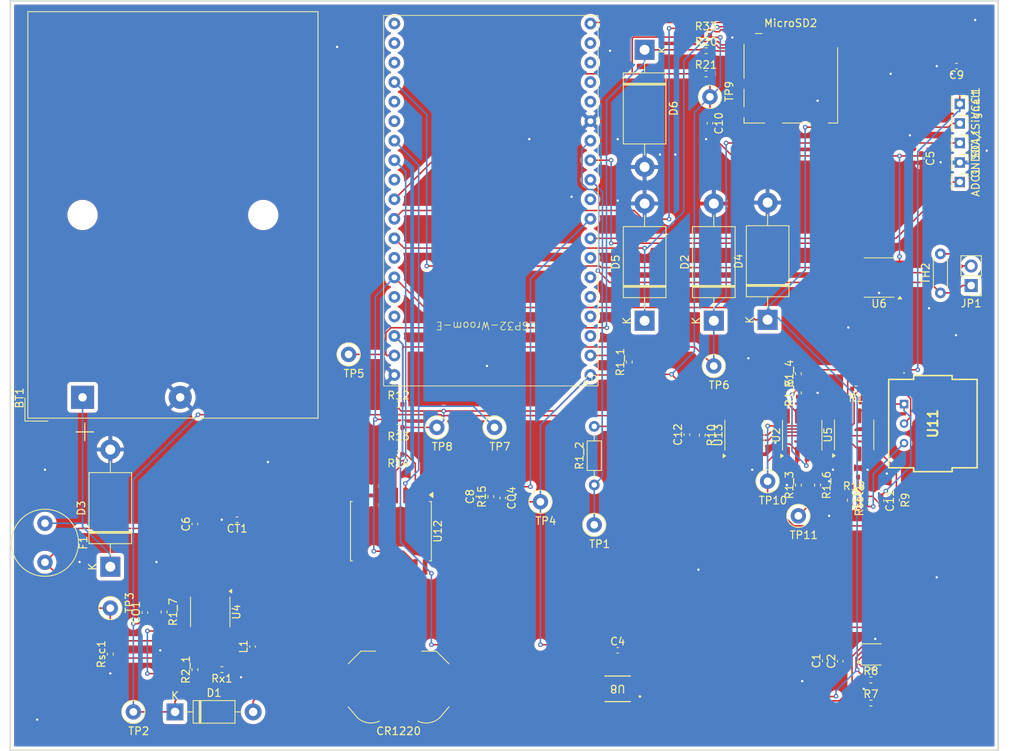
<source format=kicad_pcb>
(kicad_pcb (version 20240108) (generator "pcbnew") (generator_version "8.0")
  (layers (0 "F.Cu" signal) (31 "B.Cu" signal) (34 "B.Paste" user) (35 "F.Paste" user) (36 "B.SilkS" user "B.Silkscreen") (37 "F.SilkS" user "F.Silkscreen") (38 "B.Mask" user) (39 "F.Mask" user) (44 "Edge.Cuts" user))
  (net 0 "")
  (net 1 "extern_Sensor_Gpio_33")
  (net 2 "Net-(D3-A1)")
  (net 3 "GND1")
  (net 4 "VDD_3V3")
  (net 5 "VCC_Bat")
  (net 6 "VDD_5V")
  (net 7 "Net-(C11-Pad1)")
  (net 8 "Net-(C11-Pad2)")
  (net 9 "Net-(U13--)")
  (net 10 "Net-(C12-Pad2)")
  (net 11 "Net-(CR1220-+)")
  (net 12 "Net-(U4-TC)")
  (net 13 "Net-(D1-A)")
  (net 14 "SCL_GPIO22")
  (net 15 "SDA_GPIO21")
  (net 16 "Miso_GPIO19")
  (net 17 "Mosi_GPIO23")
  (net 18 "Net-(JP1-A)")
  (net 19 "Net-(JP1-B)")
  (net 20 "Net-(U4-Ipk)")
  (net 22 "SCK_GPIO18")
  (net 24 "CS_GPIO5")
  (net 26 "Net-(R1-Pad2)")
  (net 27 "Net-(U7-EN)")
  (net 28 "Ozon_out_ADC_GPIO27")
  (net 29 "VDD_2.5V")
  (net 30 "Net-(R1_3-Pad1)")
  (net 31 "Net-(U2-+)")
  (net 32 "Net-(U4-Vfb)")
  (net 33 "Net-(U13-+)")
  (net 34 "RTC_RST_GPIO16")
  (net 35 "RTC_32Khz_GPIO25")
  (net 36 "Net-(U5--)")
  (net 37 "Net-(R19-Pad1)")
  (net 38 "Net-(U5-+)")
  (net 39 "Net-(U4-DC)")
  (net 40 "RTC_INIT_GPIO4")
  (net 47 "Miso_GPIO12")
  (net 48 "CS_GPIO15")
  (net 49 "SCK_GPIO14")
  (net 55 "RST_GPIO2")
  (footprint "Resistor_SMD:R_0402_1005Metric" (layer "F.Cu") (at 123.93 100.85)
    (property "Reference" "R8")
    (property "Value" "4.7k")
  )
  (footprint "Ozonsensor:PS1O3100" (layer "F.Cu") (at 128.25 64.96 -90)
    (property "Reference" "U11")
    (property "Value" "PS1-O3-100" (hide yes))
  )
  (footprint "Capacitor_SMD:C_0402_1005Metric_Pad0.74x0.62mm_HandSolder" (layer "F.Cu") (at 72.95 76.99 90)
    (property "Reference" "C8")
    (property "Value" "100nF")
  )
  (footprint "TestPoint:TestPoint_Loop_D1.80mm_Drill1.0mm_Beaded" (layer "F.Cu") (at 25 91.5 90)
    (property "Reference" "TP3")
    (property "Value" "TestPoint")
  )
  (footprint "Capacitor_SMD:C_0402_1005Metric_Pad0.74x0.62mm_HandSolder" (layer "F.Cu") (at 100 68.9325 90)
    (property "Reference" "C12")
    (property "Value" "100nF")
  )
  (footprint "Connector_Card:microSD_HC_Molex_104031-0811" (layer "F.Cu") (at 113.5 22.5875)
    (property "Reference" "MicroSD2")
    (property "Value" "~")
  )
  (footprint "Capacitor_SMD:C_0402_1005Metric_Pad0.74x0.62mm_HandSolder" (layer "F.Cu") (at 29.5 92.0675 90)
    (property "Reference" "CO1")
    (property "Value" "45.54µF")
  )
  (footprint "Capacitor_SMD:C_0402_1005Metric_Pad0.74x0.62mm_HandSolder" (layer "F.Cu") (at 36 80.5675 90)
    (property "Reference" "C6")
    (property "Value" "100µF")
  )
  (footprint "Diode_THT:D_DO-201AE_P15.24mm_Horizontal" (layer "F.Cu") (at 103.5 54.12 90)
    (property "Reference" "D2")
    (property "Value" "1.5KExxA")
  )
  (footprint "Resistor_THT:R_Axial_DIN0204_L3.6mm_D1.6mm_P7.62mm_Horizontal" (layer "F.Cu") (at 87.95 75.48 90)
    (property "Reference" "R1_2")
    (property "Value" "0R")
  )
  (footprint "TestPoint:TestPoint_Loop_D1.80mm_Drill1.0mm_Beaded" (layer "F.Cu") (at 56 58.5)
    (property "Reference" "TP5")
    (property "Value" "TestPoint")
  )
  (footprint "Package_SO:SOIC-8_3.9x4.9mm_P1.27mm" (layer "F.Cu") (at 125 48.5 180)
    (property "Reference" "U6")
    (property "Value" "MAX31855EASA")
  )
  (footprint "Battery_Basket:BatteryHolder_Keystone_2479_3xAAA" (layer "F.Cu") (at 21.3925 64.0825 90)
    (property "Reference" "BT1")
    (property "Value" "BC3AAAPC")
  )
  (footprint "Fuse:Fuse_Littelfuse_372_D8.50mm" (layer "F.Cu") (at 16.5 80.46 -90)
    (property "Reference" "F1")
    (property "Value" "Polyfuse_Small")
  )
  (footprint "TestPoint:TestPoint_Loop_D1.80mm_Drill1.0mm_Beaded" (layer "F.Cu") (at 67.48 68)
    (property "Reference" "TP8")
    (property "Value" "TestPoint")
  )
  (footprint "Resistor_SMD:R_0402_1005Metric" (layer "F.Cu") (at 117 75.5 -90)
    (property "Reference" "R1_6")
    (property "Value" "10kR")
  )
  (footprint "Resistor_SMD:R_0402_1005Metric" (layer "F.Cu") (at 114.5 61.01 90)
    (property "Reference" "R1_4")
    (property "Value" "1kR")
  )
  (footprint "Resistor_SMD:R_0402_1005Metric" (layer "F.Cu") (at 36 99.51 90)
    (property "Reference" "R2_1")
    (property "Value" "2k2")
  )
  (footprint "Capacitor_SMD:C_0402_1005Metric_Pad0.74x0.62mm_HandSolder" (layer "F.Cu") (at 118 98.35 90)
    (property "Reference" "C1")
    (property "Value" "0.1uF")
  )
  (footprint "Inductor_SMD:L_0402_1005Metric_Pad0.77x0.64mm_HandSolder" (layer "F.Cu") (at 43.5 96.5 90)
    (property "Reference" "L1")
    (property "Value" "52µH")
  )
  (footprint "TestPoint:TestPoint_Loop_D1.80mm_Drill1.0mm_Beaded" (layer "F.Cu") (at 103 25 90)
    (property "Reference" "TP9")
    (property "Value" "TestPoint")
  )
  (footprint "Capacitor_SMD:C_0402_1005Metric_Pad0.74x0.62mm_HandSolder" (layer "F.Cu") (at 76.05 77.17 -90)
    (property "Reference" "CO4")
    (property "Value" "100nF")
  )
  (footprint "Diode_THT:D_DO-201AE_P15.24mm_Horizontal" (layer "F.Cu") (at 25 86.12 90)
    (property "Reference" "D3")
    (property "Value" "1.5KExxA")
  )
  (footprint "Capacitor_SMD:C_0402_1005Metric_Pad0.74x0.62mm_HandSolder" (layer "F.Cu") (at 130.5 33 -90)
    (property "Reference" "C5")
    (property "Value" "0.1µF")
  )
  (footprint "Diode_THT:D_DO-201AE_P15.24mm_Horizontal" (layer "F.Cu") (at 110.5 54 90)
    (property "Reference" "D4")
    (property "Value" "1.5KExxA")
  )
  (footprint "Resistor_SMD:R_0402_1005Metric" (layer "F.Cu") (at 102.49 22)
    (property "Reference" "R21")
    (property "Value" "3k")
  )
  (footprint "Package_SO:SOIC-8_3.9x4.9mm_P1.27mm" (layer "F.Cu") (at 38 92 -90)
    (property "Reference" "U4")
    (property "Value" "MC33063AD")
  )
  (footprint "Resistor_SMD:R_0402_1005Metric" (layer "F.Cu") (at 122.01 63 180)
    (property "Reference" "R1")
    (property "Value" "10R")
  )
  (footprint "Package_SO:SOIC-16W_7.5x10.3mm_P1.27mm" (layer "F.Cu") (at 61.5 81.5 -90)
    (property "Reference" "U12")
    (property "Value" "DS3231M")
  )
  (footprint "Resistor_SMD:R_0402_1005Metric" (layer "F.Cu") (at 114.5 63.5 90)
    (property "Reference" "R1_5")
    (property "Value" "1kR")
  )
  (footprint "Resistor_SMD:R_0402_1005Metric" (layer "F.Cu") (at 92.5 59.5 90)
    (property "Reference" "R1_1")
    (property "Value" "10k")
  )
  (footprint "Resistor_SMD:R_0402_1005Metric" (layer "F.Cu") (at 114.5 75.5 90)
    (property "Reference" "R1_3")
    (property "Value" "1.3 kR")
  )
  (footprint "TestPoint:TestPoint_Loop_D1.80mm_Drill1.0mm_Beaded" (layer "F.Cu") (at 74.98 68)
    (property "Reference" "TP7")
    (property "Value" "TestPoint")
  )
  (footprint "Capacitor_SMD:C_0402_1005Metric_Pad0.74x0.62mm_HandSolder" (layer "F.Cu") (at 125.25 77.5275 -90)
    (property "Reference" "C11")
    (property "Value" "100nF")
  )
  (footprint "Resistor_SMD:R_0402_1005Metric" (layer "F.Cu") (at 102 69 -90)
    (property "Reference" "R10")
    (property "Value" "10kR")
  )
  (footprint "TestPoint:TestPoint_Loop_D1.80mm_Drill1.0mm_Beaded" (layer "F.Cu") (at 114.5 79.5)
    (property "Reference" "TP11")
    (property "Value" "TestPoint")
  )
  (footprint "Capacitor_SMD:C_0402_1005Metric_Pad0.74x0.62mm_HandSolder" (layer "F.Cu") (at 119.94 98.4175 90)
    (property "Reference" "C2")
    (property "Value" "0.1uF")
  )
  (footprint "Resistor_SMD:R_0402_1005Metric" (layer "F.Cu") (at 102.49 17)
    (property "Reference" "R33")
    (property "Value" "3k")
  )
  (footprint "Capacitor_SMD:C_0402_1005Metric_Pad0.74x0.62mm_HandSolder" (layer "F.Cu") (at 103 28.4325 -90)
    (property "Reference" "C10")
    (property "Value" "100nF")
  )
  (footprint "TestPoint:TestPoint_Loop_D1.80mm_Drill1.0mm_Beaded" (layer "F.Cu") (at 110.5 75)
    (property "Reference" "TP10")
    (property "Value" "TestPoint")
  )
  (footprint "Diode_THT:D_DO-201AE_P15.24mm_Horizontal" (layer "F.Cu") (at 94.5 54.12 90)
    (property "Reference" "D5")
    (property "Value" "1.5KExxA")
  )
  (footprint "Capacitor_SMD:C_0402_1005Metric_Pad0.74x0.62mm_HandSolder" (layer "F.Cu") (at 135.0675 21 180)
    (property "Reference" "C9")
    (property "Value" "100nF")
  )
  (footprint "Resistor_SMD:R_0402_1005Metric" (layer "F.Cu") (at 74.5 77 90)
    (property "Reference" "R15")
    (property "Value" "4.7k")
  )
  (footprint "Connector_PinHeader_2.00mm:PinHeader_1x01_P2.00mm_Vertical" (layer "F.Cu") (at 135.5 25.92 -90)
    (property "Reference" "VCC1")
    (property "Value" "Conn_01x01_Socket")
  )
  (footprint "Resistor_SMD:R_0402_1005Metric" (layer "F.Cu") (at 25 97.49 90)
    (property "Reference" "Rsc1")
    (property "Value" "0R41")
  )
  (footprint "Connector_PinHeader_2.00mm:PinHeader_1x01_P2.00mm_Vertical" (layer "F.Cu") (at 135.5 31 -90)
    (property "Reference" "SCL1")
    (property "Value" "Conn_01x01_Socket")
  )
  (footprint "HPP_footprints:SON6_HPP845E131R5_TEC" (layer "F.Cu") (at 91 102 180)
    (property "Reference" "U8")
    (property "Value" "HPP845E131R5")
  )
  (footprint "Capacitor_SMD:C_0402_1005Metric_Pad0.74x0.62mm_HandSolder" (layer "F.Cu") (at 91 97)
    (property "Reference" "C4")
    (property "Value" "100nF")
  )
  (footprint "TestPoint:TestPoint_Loop_D1.80mm_Drill1.0mm_Beaded" (layer "F.Cu") (at 28 105)
    (property "Reference" "TP2")
    (property "Value" "TestPoint")
  )
  (footprint "Resistor_SMD:R_0402_1005Metric" (layer "F.Cu") (at 39.51 99.5 180)
    (property "Reference" "Rx1")
    (property "Value" "180R")
  )
  (footprint "TestPoint:TestPoint_Loop_D1.80mm_Drill1.0mm_Beaded" (layer "F.Cu") (at 87.95 80.67)
    (property "Reference" "TP1")
    (property "Value" "TestPoint")
  )
  (footprint "Resistor_SMD:R_0402_1005Metric" (layer "F.Cu") (at 32 92 -90)
    (property "Reference" "R1_7")
    (property "Value" "6k8")
  )
  (footprint "Resistor_SMD:R_0402_1005Metric" (layer "F.Cu") (at 123.94 103.85)
    (property "Reference" "R7")
    (property "Value" "4.7k")
  )
  (footprint "Connector_PinHeader_2.00mm:PinHeader_1x01_P2.00mm_Vertical" (layer "F.Cu") (at 135.5 36.08 -90)
    (property "Reference" "ADC1")
    (property "Value" "Conn_01x01_Socket")
  )
  (footprint "Resistor_SMD:R_0402_1005Metric" (layer "F.Cu") (at 121.25 77.47 -90)
    (property "Reference" "Rset1")
    (property "Value" "10k")
  )
  (footprint "Resistor_SMD:R_0402_1005Metric" (layer "F.Cu") (at 127.25 77.46 -90)
    (property "Reference" "R9")
    (property "Value" "10kR")
  )
  (footprint "Package_SO:SOIC-8_3.9x4.9mm_P1.27mm" (layer "F.Cu") (at 115 69 90)
    (property "Reference" "U2")
    (property "Value" "OPA197xD")
  )
  (footprint "Resistor_SMD:R_0402_1005Metric" (layer "F.Cu") (at 62.49 65)
    (property "Reference" "R12")
    (property "Value" "4.7k")
  )
  (footprint "TestPoint:TestPoint_Loop_D1.80mm_Drill1.0mm_Beaded" (layer "F.Cu") (at 103.5 60)
    (property "Reference" "TP6")
    (property "Value" "TestPoint")
  )
  (footprint "Resistor_SMD:R_0402_1005Metric" (layer "F.Cu") (at 123.25 77.47 90)
    (property "Reference" "R19")
    (property "Value" "10kR")
  )
  (footprint "Battery:BatteryHolder_LINX_BAT-HLD-012-SMT" (layer "F.Cu") (at 62.5 101.5)
    (property "Reference" "CR1220")
    (property "Value" "Battery")
  )
  (footprint "Diode_THT:D_DO-41_SOD81_P10.16mm_Horizontal" (layer "F.Cu") (at 33.42 105)
    (property "Reference" "D1")
    (property "Value" "1N5819")
  )
  (footprint "Connector_PinHeader_2.00mm:PinHeader_1x01_P2.00mm_Vertical" (layer "F.Cu") (at 135.5 28.46 -90)
    (property "Reference" "SDA/Signal1")
    (property "Value" "Conn_01x01_Socket")
  )
  (footprint "Resistor_SMD:R_0402_1005Metric" (layer "F.Cu") (at 62.49 68 180)
    (property "Reference" "R13")
    (property "Value" "4.7k")
  )
  (footprint "Package_SO:SOIC-8_3.9x4.9mm_P1.27mm" (layer "F.Cu") (at 107.5 69 90)
    (property "Reference" "U13")
    (property "Value" "OPA197xD")
  )
  (footprint "Connector_PinHeader_2.00mm:PinHeader_1x01_P2.00mm_Vertical" (layer "F.Cu") (at 135.5 33.54 -90)
    (property "Reference" "GND1")
    (property "Value" "Conn_01x01_Socket")
  )
  (footprint "Capacitor_SMD:C_0402_1005Metric_Pad0.74x0.62mm_HandSolder" (layer "F.Cu") (at 41.5 80 180)
    (property "Reference" "CT1")
    (property "Value" "1500pF")
  )
  (footprint "Connector_PinHeader_2.54mm:PinHeader_1x02_P2.54mm_Vertical" (layer "F.Cu") (at 136.975 49.54 180)
    (property "Reference" "JP1")
    (property "Value" "Jumper_2_Bridged")
  )
  (footprint "TestPoint:TestPoint_Loop_D1.80mm_Drill1.0mm_Beaded" (layer "F.Cu") (at 80.95 77.67)
    (property "Reference" "TP4")
    (property "Value" "TestPoint")
  )
  (footprint "ESP32_Wroom_e:ESP32_Wroom_E" (layer "F.Cu") (at 87.45 61.18 180)
    (property "Reference" "U7")
    (property "Value" "~")
  )
  (footprint "Resistor_THT:R_Axial_DIN0204_L3.6mm_D1.6mm_P5.08mm_Horizontal" (layer "F.Cu") (at 132.975 50.5 90)
    (property "Reference" "TH2")
    (property "Value" "Type K")
  )
  (footprint "Resistor_SMD:R_0402_1005Metric" (layer "F.Cu") (at 102.51 19)
    (property "Reference" "R20")
    (property "Value" "3k")
  )
  (footprint "Resistor_SMD:R_0402_1005Metric" (layer "F.Cu") (at 62.48 71.5 180)
    (property "Reference" "R14")
    (property "Value" "4.7k")
  )
  (footprint "Resistor_SMD:R_0402_1005Metric" (layer "F.Cu") (at 121.75 74.46 180)
    (property "Reference" "R18")
    (property "Value" "10kR")
  )
  (footprint "Package_SO:SOIC-8_3.9x4.9mm_P1.27mm" (layer "F.Cu") (at 121.75 68.96 90)
    (property "Reference" "U5")
    (property "Value" "OPA197xD")
  )
  (footprint "BME280 (2):BME280" (layer "F.Cu") (at 123.97 97.525 180)
    (property "Reference" "U1")
    (property "Value" "BME280")
  )
  (footprint "Diode_THT:D_DO-201AE_P15.24mm_Horizontal" (layer "F.Cu") (at 94.5 18.88 -90)
    (property "Reference" "D6")
    (property "Value" "1.5KExxA")
  )
  (gr_rect (start 12 12.5) (end 140.5 110) (stroke (width 0.2)) (fill none) (layer "Edge.Cuts"))
  (segment (start 135.5 36.08) (end 134.5233 36.08) (width 0.2) (layer "F.Cu") (net 1))
  (segment (start 127.2033 43.4) (end 87.45 43.4) (width 0.2) (layer "F.Cu") (net 1))
  (segment (start 134.5233 36.08) (end 127.2033 43.4) (width 0.2) (layer "F.Cu") (net 1))
  (segment (start 21.3925 64.9833) (end 21.3925 80.46) (width 0.2) (layer "B.Cu") (net 2))
  (segment (start 25 86.12) (end 25 84.5183) (width 0.2) (layer "B.Cu") (net 2))
  (segment (start 21.3925 80.9108) (end 25 84.5183) (width 0.2) (layer "B.Cu") (net 2))
  (segment (start 21.3925 64.0825) (end 21.3925 64.9833) (width 0.2) (layer "B.Cu") (net 2))
  (segment (start 16.5 80.46) (end 21.3925 80.46) (width 0.2) (layer "B.Cu") (net 2))
  (segment (start 21.3925 80.46) (end 21.3925 80.9108) (width 0.2) (layer "B.Cu") (net 2))
  (segment (start 124.94 95.94) (end 124.94 96.55) (width 0.2) (layer "F.Cu") (net 3))
  (segment (start 124.94 97.85) (end 124.727128 97.85) (width 0.2) (layer "F.Cu") (net 3))
  (segment (start 124.395 97.517872) (end 124.395 95.605) (width 0.2) (layer "F.Cu") (net 3))
  (segment (start 123.412872 98.5) (end 124.395 97.517872) (width 0.2) (layer "F.Cu") (net 3))
  (segment (start 123 98.5) (end 123.412872 98.5) (width 0.2) (layer "F.Cu") (net 3))
  (segment (start 124.5 95.5) (end 124.94 95.94) (width 0.2) (layer "F.Cu") (net 3))
  (segment (start 124.727128 97.85) (end 124.395 97.517872) (width 0.2) (layer "F.Cu") (net 3))
  (segment (start 124.395 95.605) (end 124.5 95.5) (width 0.2) (layer "F.Cu") (net 3))
  (via (at 118.5 75) (size 0.6) (drill 0.3) (layers "F.Cu" "B.Cu") (net 3))
  (via (at 119 73.5) (size 0.6) (drill 0.3) (layers "F.Cu" "B.Cu") (net 3))
  (via (at 113 75.5) (size 0.6) (drill 0.3) (layers "F.Cu" "B.Cu") (net 3))
  (via (at 102.5 30.5) (size 0.6) (drill 0.3) (layers "F.Cu" "B.Cu") (net 3))
  (via (at 15.5 106) (size 0.6) (drill 0.3) (layers "F.Cu" "B.Cu") (net 3))
  (via (at 16.5 73.5) (size 0.6) (drill 0.3) (layers "F.Cu" "B.Cu") (net 3))
  (via (at 111.5 70) (size 0.6) (drill 0.3) (layers "F.Cu" "B.Cu") (net 3))
  (via (at 125 50.5) (size 0.6) (drill 0.3) (layers "F.Cu" "B.Cu") (net 3))
  (via (at 123.5 73.5) (size 0.6) (drill 0.3) (layers "F.Cu" "B.Cu") (net 3))
  (via (at 21 85.5) (size 0.6) (drill 0.3) (layers "F.Cu" "B.Cu") (net 3))
  (via (at 105.918 17.272) (size 0.6) (drill 0.3) (layers "F.Cu" "B.Cu") (net 3))
  (via (at 79.5 30.5) (size 0.6) (drill 0.3) (layers "F.Cu" "B.Cu") (net 3))
  (via (at 132.5 21) (size 0.6) (drill 0.3) (layers "F.Cu" "B.Cu") (net 3))
  (via (at 117 25.5) (size 0.6) (drill 0.3) (layers "F.Cu" "B.Cu") (net 3))
  (via (at 118.5 79.5) (size 0.6) (drill 0.3) (layers "F.Cu" "B.Cu") (net 3))
  (via (at 45.5 72.5) (size 0.6) (drill 0.3) (layers "F.Cu" "B.Cu") (net 3))
  (via (at 126.5 22) (size 0.6) (drill 0.3) (layers "F.Cu" "B.Cu") (net 3))
  (via (at 31.5 97) (size 0.6) (drill 0.3) (layers "F.Cu" "B.Cu") (net 3))
  (via (at 129 30) (size 0.6) (drill 0.3) (layers "F.Cu" "B.Cu") (net 3))
  (via (at 126 74) (size 0.6) (drill 0.3) (layers "F.Cu" "B.Cu") (net 3))
  (via (at 135 56) (size 0.6) (drill 0.3) (layers "F.Cu" "B.Cu") (net 3))
  (via (at 132.5 87.5) (size 0.6) (drill 0.3) (layers "F.Cu" "B.Cu") (net 3))
  (via (at 115 101) (size 0.6) (drill 0.3) (layers "F.Cu" "B.Cu") (net 3))
  (via (at 25 100) (size 0.6) (drill 0.3) (layers "F.Cu" "B.Cu") (net 3))
  (via (at 108.5 73.5) (size 0.6) (drill 0.3) (layers "F.Cu" "B.Cu") (net 3))
  (via (at 31 85.5) (size 0.6) (drill 0.3) (layers "F.Cu" "B.Cu") (net 3))
  (via (at 121 55) (size 0.6) (drill 0.3) (layers "F.Cu" "B.Cu") (net 3))
  (via (at 91 30.5) (size 0.6) (drill 0.3) (layers "F.Cu" "B.Cu") (net 3))
  (via (at 42 100.5) (size 0.6) (drill 0.3) (layers "F.Cu" "B.Cu") (net 3))
  (via (at 98.5 32.5) (size 0.6) (drill 0.3) (layers "F.Cu" "B.Cu") (net 3))
  (via (at 74 60) (size 0.6) (drill 0.3) (layers "F.Cu" "B.Cu") (net 3))
  (via (at 91 38.5) (size 0.6) (drill 0.3) (layers "F.Cu" "B.Cu") (net 3))
  (via (at 96.5 32.5) (size 0.6) (drill 0.3) (layers "F.Cu" "B.Cu") (net 3))
  (via (at 77.724 76.708) (size 0.6) (drill 0.3) (layers "F.Cu" "B.Cu") (net 3))
  (via (at 124.5 95.5) (size 0.6) (drill 0.3) (layers "F.Cu" "B.Cu") (net 3))
  (via (at 39.5 80) (size 0.6) (drill 0.3) (layers "F.Cu" "B.Cu") (net 3))
  (via (at 108 59) (size 0.6) (drill 0.3) (layers "F.Cu" "B.Cu") (net 3))
  (via (at 123 102) (size 0.6) (drill 0.3) (layers "F.Cu" "B.Cu") (net 3))
  (via (at 117 63.5) (size 0.6) (drill 0.3) (layers "F.Cu" "B.Cu") (net 3))
  (via (at 134.5 22) (size 0.6) (drill 0.3) (layers "F.Cu" "B.Cu") (net 3))
  (via (at 85 38) (size 0.6) (drill 0.3) (layers "F.Cu" "B.Cu") (net 3))
  (via (at 90 19) (size 0.6) (drill 0.3) (layers "F.Cu" "B.Cu") (net 3))
  (via (at 131.5 52.5) (size 0.6) (drill 0.3) (layers "F.Cu" "B.Cu") (net 3))
  (via (at 139 32) (size 0.6) (drill 0.3) (layers "F.Cu" "B.Cu") (net 3))
  (via (at 133 33.5) (size 0.6) (drill 0.3) (layers "F.Cu" "B.Cu") (net 3))
  (via (at 101.5 86.5) (size 0.6) (drill 0.3) (layers "F.Cu" "B.Cu") (net 3))
  (via (at 137.5 15) (size 0.6) (drill 0.3) (layers "F.Cu" "B.Cu") (net 3))
  (via (at 54.5 18.5) (size 0.6) (drill 0.3) (layers "F.Cu" "B.Cu") (net 3))
  (segment (start 90.4325 97) (end 91.0758 96.3567) (width 0.2) (layer "F.Cu") (net 4))
  (segment (start 103 23.5) (end 103 22.2786) (width 0.2) (layer "F.Cu") (net 4))
  (segment (start 64.675 72.6952) (end 64.675 76.85) (width 0.2) (layer "F.Cu") (net 4))
  (segment (start 91.33 61.18) (end 92.5 60.01) (width 0.2) (layer "F.Cu") (net 4))
  (segment (start 113.695 17.1375) (end 113.695 17.9892) (width 0.2) (layer "F.Cu") (net 4))
  (segment (start 127.6575 32.6775) (end 105.8913 32.6775) (width 0.2) (layer "F.Cu") (net 4))
  (segment (start 72.95 77.5575) (end 74.4525 77.5575) (width 0.2) (layer "F.Cu") (net 4))
  (segment (start 63.4698 71.49) (end 64.675 72.6952) (width 0.2) (layer "F.Cu") (net 4))
  (segment (start 125.5314 98.1493) (end 125.1807 98.5) (width 0.2) (layer "F.Cu") (net 4))
  (segment (start 102.5522 21.8308) (end 102.5522 21.6339) (width 0.2) (layer "F.Cu") (net 4))
  (segment (start 93.5814 61.0914) (end 92.5 60.01) (width 0.2) (layer "F.Cu") (net 4))
  (segment (start 103 22.2786) (end 102.5522 21.8308) (width 0.2) (layer "F.Cu") (net 4))
  (segment (start 127.475 46.595) (end 127.6575 46.4125) (width 0.2) (layer "F.Cu") (net 4))
  (segment (start 124.44 100.85) (end 124.44 99.1446) (width 0.2) (layer "F.Cu") (net 4))
  (segment (start 103.6123 30.3985) (end 103.6123 28.4773) (width 0.2) (layer "F.Cu") (net 4))
  (segment (start 102.4492 19.5708) (end 103.02 19) (width 0.2) (layer "F.Cu") (net 4))
  (segment (start 87.45 61.18) (end 91.33 61.18) (width 0.2) (layer "F.Cu") (net 4))
  (segment (start 89.5419 102) (end 88.8616 102) (width 0.2) (layer "F.Cu") (net 4))
  (segment (start 124.5 94) (end 125.4924 94.9924) (width 0.2) (layer "F.Cu") (net 4))
  (segment (start 122.4011 98.7652) (end 122.7082 99.0723) (width 0.2) (layer "F.Cu") (net 4))
  (segment (start 130.255 32.6775) (end 127.6575 32.6775) (width 0.2) (layer "F.Cu") (net 4))
  (segment (start 74.4525 77.5575) (end 74.5 77.51) (width 0.2) (layer "F.Cu") (net 4))
  (segment (start 91.0758 96.3567) (end 116.5742 96.3567) (width 0.2) (layer "F.Cu") (net 4))
  (segment (start 100.6179 63.6988) (end 98.0105 61.0914) (width 0.2) (layer "F.Cu") (net 4))
  (segment (start 89.6923 96.2598) (end 80.95 96.2598) (width 0.2) (layer "F.Cu") (net 4))
  (segment (start 103 25) (end 103 23.5) (width 0.2) (layer "F.Cu") (net 4))
  (segment (start 114.365 66.525) (end 114.365 66.13) (width 0.2) (layer "F.Cu") (net 4))
  (segment (start 111.9338 63.6988) (end 100.6179 63.6988) (width 0.2) (layer "F.Cu") (net 4))
  (segment (start 118.0675 97.85) (end 118 97.7825) (width 0.2) (layer "F.Cu") (net 4))
  (segment (start 76.1175 77.67) (end 76.05 77.7375) (width 0.2) (layer "F.Cu") (net 4))
  (segment (start 76.05 77.7375) (end 74.7275 77.7375) (width 0.2) (layer "F.Cu") (net 4))
  (segment (start 103 17) (end 103.2613 17.2613) (width 0.2) (layer "F.Cu") (net 4))
  (segment (start 62.8435 65.8635) (end 68.3635 65.8635) (width 0.2) (layer "F.Cu") (net 4))
  (segment (start 90.4325 97) (end 89.6923 96.2598) (width 0.2) (layer "F.Cu") (net 4))
  (segment (start 124.45 103.85) (end 124.44 103.84) (width 0.2) (layer "F.Cu") (net 4))
  (segment (start 122.4011 98.1835) (end 122.4011 98.7652) (width 0.2) (layer "F.Cu") (net 4))
  (segment (start 61.98 65) (end 62.8435 65.8635) (width 0.2) (layer "F.Cu") (net 4))
  (segment (start 103 27.865) (end 103 25) (width 0.2) (layer "F.Cu") (net 4))
  (segment (start 103 23.5) (end 103 22) (width 0.2) (layer "F.Cu") (net 4))
  (segment (start 88.8616 102) (end 88.8616 98.5709) (width 0.2) (layer "F.Cu") (net 4))
  (segment (start 104.0244 19.0426) (end 111.6329 19.0426) (width 0.2) (layer "F.Cu") (net 4))
  (segment (start 118 95) (end 119 94) (width 0.2) (layer "F.Cu") (net 4))
  (segment (start 119.94 97.85) (end 118.0675 97.85) (width 0.2) (layer "F.Cu") (net 4))
  (segment (start 63 71.49) (end 63.4698 71.49) (width 0.2) (layer "F.Cu") (net 4))
  (segment (start 102.4492 21.5309) (end 102.4492 19.5708) (width 0.2) (layer "F.Cu") (net 4))
  (segment (start 118 97.7825) (end 118 95) (width 0.2) (layer "F.Cu") (net 4))
  (segment (start 111.6329 19.0426) (end 111.6755 19) (width 0.2) (layer "F.Cu") (net 4))
  (segment (start 125.1648 97.2) (end 125.5314 97.5666) (width 0.2) (layer "F.Cu") (net 4))
  (segment (start 124.44 103.84) (end 124.44 100.85) (width 0.2) (layer "F.Cu") (net 4))
  (segment (start 125.1807 98.5) (end 124.94 98.5) (width 0.2) (layer "F.Cu") (net 4))
  (segment (start 80.95 77.67) (end 76.1175 77.67) (width 0.2) (layer "F.Cu") (net 4))
  (segment (start 124.94 97.2) (end 125.1648 97.2) (width 0.2) (layer "F.Cu") (net 4))
  (segment (start 123 97.85) (end 122.7346 97.85) (width 0.2) (layer "F.Cu") (net 4))
  (segment (start 103.02 19) (end 103.9818 19) (width 0.2) (layer "F.Cu") (net 4))
  (segment (start 130.5 32.4325) (end 130.255 32.6775) (width 0.2) (layer "F.Cu") (net 4))
  (segment (start 111.6755 19) (end 112.6842 19) (width 0.2) (layer "F.Cu") (net 4))
  (segment (start 124.3677 99.0723) (end 124.94 98.5) (width 0.2) (layer "F.Cu") (net 4))
  (segment (start 62.99 71.5) (end 63 71.49) (width 0.2) (layer "F.Cu") (net 4))
  (segment (start 125.5314 97.5666) (end 125.5314 98.1493) (width 0.2) (layer "F.Cu") (net 4))
  (segment (start 98.0105 61.0914) (end 93.5814 61.0914) (width 0.2) (layer "F.Cu") (net 4))
  (segment (start 119 94) (end 124.5 94) (width 0.2) (layer "F.Cu") (net 4))
  (segment (start 116.5742 96.3567) (end 118 97.7825) (width 0.2) (layer "F.Cu") (net 4))
  (segment (start 102.5522 21.6339) (end 102.4492 21.5309) (width 0.2) (layer "F.Cu") (net 4))
  (segment (start 103.9818 19) (end 104.0244 19.0426) (width 0.2) (layer "F.Cu") (net 4))
  (segment (start 122.7346 97.85) (end 122.4011 98.1835) (width 0.2) (layer "F.Cu") (net 4))
  (segment (start 103.2613 17.2613) (end 104.3476 17.2613) (width 0.2) (layer "F.Cu") (net 4))
  (segment (start 74.7275 77.7375) (end 74.5 77.51) (width 0.2) (layer "F.Cu") (net 4))
  (segment (start 103.6123 28.4773) (end 103 27.865) (width 0.2) (layer "F.Cu") (net 4))
  (segment (start 63 68) (end 67.48 68) (width 0.2) (layer "F.Cu") (net 4))
  (segment (start 112.6842 19) (end 113.695 17.9892) (width 0.2) (layer "F.Cu") (net 4))
  (segment (start 124.44 99.1446) (end 124.3677 99.0723) (width 0.2) (layer "F.Cu") (net 4))
  (segment (start 127.6575 46.4125) (end 127.6575 45.7796) (width 0.2) (layer "F.Cu") (net 4))
  (segment (start 125.2163 97.2) (end 124.94 97.2) (width 0.2) (layer "F.Cu") (net 4))
  (segment (start 63 71.49) (end 63 68) (width 0.2) (layer "F.Cu") (net 4))
  (segment (start 122.7082 99.0723) (end 124.3677 99.0723) (width 0.2) (layer "F.Cu") (net 4))
  (segment (start 125.4924 94.9924) (end 125.4924 96.9239) (width 0.2) (layer "F.Cu") (net 4))
  (segment (start 105.8913 32.6775) (end 103.6123 30.3985) (width 0.2) (layer "F.Cu") (net 4))
  (segment (start 82.7665 65.8635) (end 87.45 61.18) (width 0.2) (layer "F.Cu") (net 4))
  (segment (start 68.3635 65.8635) (end 82.7665 65.8635) (width 0.2) (layer "F.Cu") (net 4))
  (segment (start 88.8616 98.5709) (end 90.4325 97) (width 0.2) (layer "F.Cu") (net 4))
  (segment (start 114.365 66.13) (end 111.9338 63.6988) (width 0.2) (layer "F.Cu") (net 4))
  (segment (start 125.4924 96.9239) (end 125.2163 97.2) (width 0.2) (layer "F.Cu") (net 4))
  (via (at 104.3476 17.2613) (size 0.6) (drill 0.3) (layers "F.Cu" "B.Cu") (net 4))
  (via (at 68.3635 65.8635) (size 0.6) (drill 0.3) (layers "F.Cu" "B.Cu") (net 4))
  (via (at 127.6575 45.7796) (size 0.6) (drill 0.3) (layers "F.Cu" "B.Cu") (net 4))
  (via (at 127.6575 32.6775) (size 0.6) (drill 0.3) (layers "F.Cu" "B.Cu") (net 4))
  (via (at 80.95 96.2598) (size 0.6) (drill 0.3) (layers "F.Cu" "B.Cu") (net 4))
  (via (at 98.0105 61.0914) (size 0.6) (drill 0.3) (layers "F.Cu" "B.Cu") (net 4))
  (segment (start 80.95 77.67) (end 80.95 96.2598) (width 0.2) (layer "B.Cu") (net 4))
  (segment (start 67.48 68) (end 68.3635 67.1165) (width 0.2) (layer "B.Cu") (net 4))
  (segment (start 127.6575 32.6775) (end 127.6575 45.7796) (width 0.2) (layer "B.Cu") (net 4))
  (segment (start 80.95 67.68) (end 87.45 61.18) (width 0.2) (layer "B.Cu") (net 4))
  (segment (start 100.9715 27.0285) (end 103 25) (width 0.2) (layer "B.Cu") (net 4))
  (segment (start 80.95 77.67) (end 80.95 67.68) (width 0.2) (layer "B.Cu") (net 4))
  (segment (start 104.3476 23.6524) (end 104.3476 17.2613) (width 0.2) (layer "B.Cu") (net 4))
  (segment (start 100.9715 58.1304) (end 100.9715 27.0285) (width 0.2) (layer "B.Cu") (net 4))
  (segment (start 103 25) (end 104.3476 23.6524) (width 0.2) (layer "B.Cu") (net 4))
  (segment (start 68.3635 67.1165) (end 68.3635 65.8635) (width 0.2) (layer "B.Cu") (net 4))
  (segment (start 98.0105 61.0914) (end 100.9715 58.1304) (width 0.2) (layer "B.Cu") (net 4))
  (segment (start 22.46 91.5) (end 25 91.5) (width 0.2) (layer "F.Cu") (net 5))
  (segment (start 16.5 85.54) (end 22.46 91.5) (width 0.2) (layer "F.Cu") (net 5))
  (segment (start 36.45 95.7545) (end 37.365 94.8395) (width 0.2) (layer "F.Cu") (net 5))
  (segment (start 37.365 94.8395) (end 37.365 94.475) (width 0.2) (layer "F.Cu") (net 5))
  (segment (start 36 81.135) (end 20.905 81.135) (width 0.2) (layer "F.Cu") (net 5))
  (segment (start 25 95.7545) (end 25 96.98) (width 0.2) (layer "F.Cu") (net 5))
  (segment (start 25 91.5) (end 25 95.7545) (width 0.2) (layer "F.Cu") (net 5))
  (segment (start 20.905 81.135) (end 16.5 85.54) (width 0.2) (layer "F.Cu") (net 5))
  (segment (start 25 95.7545) (end 36.45 95.7545) (width 0.2) (layer "F.Cu") (net 5))
  (segment (start 114.5 60.5) (end 120.9198 60.5) (width 0.2) (layer "F.Cu") (net 6))
  (segment (start 106.0005 67.8358) (end 106.865 66.9713) (width 0.2) (layer "F.Cu") (net 6))
  (segment (start 120.9198 66.2898) (end 120.9198 65.1775) (width 0.2) (layer "F.Cu") (net 6))
  (segment (start 103.9205 66.4652) (end 105.2911 67.8358) (width 0.2) (layer "F.Cu") (net 6))
  (segment (start 36.4125 66.3396) (end 67.9888 66.3396) (width 0.2) (layer "F.Cu") (net 6))
  (segment (start 36.6381 99.6381) (end 36 99) (width 0.2) (layer "F.Cu") (net 6))
  (segment (start 135.635 21) (end 129.959 15.324) (width 0.2) (layer "F.Cu") (net 6))
  (segment (start 67.9888 66.3396) (end 68.1144 66.4652) (width 0.2) (layer "F.Cu") (net 6))
  (segment (start 120.9198 65.1775) (end 120.9198 60.5) (width 0.2) (layer "F.Cu") (net 6))
  (segment (start 115.3218 65.1775) (end 115.0327 65.4666) (width 0.2) (layer "F.Cu") (net 6))
  (segment (start 135.5 25.92) (end 135.5 21.135) (width 0.2) (layer "F.Cu") (net 6))
  (segment (start 121.115 66.485) (end 120.9198 66.2898) (width 0.2) (layer "F.Cu") (net 6))
  (segment (start 33.42 105) (end 33.42 103.5983) (width 0.2) (layer "F.Cu") (net 6))
  (segment (start 105.2911 67.8358) (end 106.0005 67.8358) (width 0.2) (layer "F.Cu") (net 6))
  (segment (start 135.5 21.135) (end 135.635 21) (width 0.2) (layer "F.Cu") (net 6))
  (segment (start 112.7576 67.8023) (end 110.157 65.2017) (width 0.2) (layer "F.Cu") (net 6))
  (segment (start 87.586 15.324) (end 87.45 15.46) (width 0.2) (layer "F.Cu") (net 6))
  (segment (start 68.1144 66.4652) (end 103.9205 66.4652) (width 0.2) (layer "F.Cu") (net 6))
  (segment (start 129.959 15.324) (end 87.586 15.324) (width 0.2) (layer "F.Cu") (net 6))
  (segment (start 114.7564 67.8023) (end 112.7576 67.8023) (width 0.2) (layer "F.Cu") (net 6))
  (segment (start 110.157 65.2017) (end 107.7747 65.2017) (width 0.2) (layer "F.Cu") (net 6))
  (segment (start 115.0327 65.4666) (end 115.0327 67.526) (width 0.2) (layer "F.Cu") (net 6))
  (segment (start 106.865 66.1114) (end 106.865 66.525) (width 0.2) (layer "F.Cu") (net 6))
  (segment (start 120.9198 65.1775) (end 115.3218 65.1775) (width 0.2) (layer "F.Cu") (net 6))
  (segment (start 106.865 66.9713) (end 106.865 66.525) (width 0.2) (layer "F.Cu") (net 6))
  (segment (start 120.9198 60.5) (end 130.0309 60.5) (width 0.2) (layer "F.Cu") (net 6))
  (segment (start 28.6001 93.5349) (end 28 93.5349) (width 0.2) (layer "F.Cu") (net 6))
  (segment (start 33.42 103.5983) (end 36.6381 100.3802) (width 0.2) (layer "F.Cu") (net 6))
  (segment (start 29.5 92.635) (end 28.6001 93.5349) (width 0.2) (layer "F.Cu") (net 6))
  (segment (start 107.7747 65.2017) (end 106.865 66.1114) (width 0.2) (layer "F.Cu") (net 6))
  (segment (start 115.0327 67.526) (end 114.7564 67.8023) (width 0.2) (layer "F.Cu") (net 6))
  (segment (start 36.6381 100.3802) (end 36.6381 99.6381) (width 0.2) (layer "F.Cu") (net 6))
  (segment (start 33.42 105) (end 28 105) (width 0.2) (layer "F.Cu") (net 6))
  (via (at 28 93.5349) (size 0.6) (drill 0.3) (layers "F.Cu" "B.Cu") (net 6))
  (via (at 36.4125 66.3396) (size 0.6) (drill 0.3) (layers "F.Cu" "B.Cu") (net 6))
  (via (at 130.0309 60.5) (size 0.6) (drill 0.3) (layers "F.Cu" "B.Cu") (net 6))
  (segment (start 135.2558 26.8967) (end 130.0309 32.1216) (width 0.2) (layer "B.Cu") (net 6))
  (segment (start 135.5 25.92) (end 135.5 26.8967) (width 0.2) (layer "B.Cu") (net 6))
  (segment (start 28 74.7521) (end 36.4125 66.3396) (width 0.2) (layer "B.Cu") (net 6))
  (segment (start 130.0309 32.1216) (end 130.0309 60.5) (width 0.2) (layer "B.Cu") (net 6))
  (segment (start 28 93.5349) (end 28 74.7521) (width 0.2) (layer "B.Cu") (net 6))
  (segment (start 135.5 26.8967) (end 135.2558 26.8967) (width 0.2) (layer "B.Cu") (net 6))
  (segment (start 28 105) (end 28 93.5349) (width 0.2) (layer "B.Cu") (net 6))
  (segment (start 122.385 66.485) (end 122.385 66.1286) (width 0.2) (layer "F.Cu") (net 7))
  (segment (start 125.868 76.2741) (end 125.25 76.8921) (width 0.2) (layer "F.Cu") (net 7))
  (segment (start 125.25 76.8921) (end 125.25 76.96) (width 0.2) (layer "F.Cu") (net 7))
  (segment (start 122.385 66.1286) (end 123.5536 64.96) (width 0.2) (layer "F.Cu") (net 7))
  (segment (start 123.5536 64.96) (end 128.25 64.96) (width 0.2) (layer "F.Cu") (net 7))
  (via (at 125.868 76.2741) (size 0.6) (drill 0.3) (layers "F.Cu" "B.Cu") (net 7))
  (segment (start 129.1098 73.0323) (end 125.868 76.2741) (width 0.2) (layer "B.Cu") (net 7))
  (segment (start 129.1098 66.6715) (end 129.1098 73.0323) (width 0.2) (layer "B.Cu") (net 7))
  (segment (start 128.25 65.8117) (end 129.1098 66.6715) (width 0.2) (layer "B.Cu") (net 7))
  (segment (start 128.25 64.96) (end 128.25 65.8117) (width 0.2) (layer "B.Cu") (net 7))
  (segment (start 125.25 78.095) (end 124.115 76.96) (width 0.2) (layer "F.Cu") (net 8))
  (segment (start 124.115 76.96) (end 123.25 76.96) (width 0.2) (layer "F.Cu") (net 8))
  (segment (start 122.26 75.97) (end 123.25 76.96) (width 0.2) (layer "F.Cu") (net 8))
  (segment (start 122.26 74.46) (end 122.26 75.97) (width 0.2) (layer "F.Cu") (net 8))
  (segment (start 106.865 71.475) (end 106.865 71.8425) (width 0.2) (layer "F.Cu") (net 9))
  (segment (start 110.5133 68.9926) (end 110.9002 68.6057) (width 0.2) (layer "F.Cu") (net 9))
  (segment (start 100 69.5) (end 100.01 69.51) (width 0.2) (layer "F.Cu") (net 9))
  (segment (start 121.75 63.77) (end 122.52 63) (width 0.2) (layer "F.Cu") (net 9))
  (segment (start 106.865 71.8425) (end 105.9378 72.7697) (width 0.2) (layer "F.Cu") (net 9))
  (segment (start 105.9378 72.7697) (end 105.2597 72.7697) (width 0.2) (layer "F.Cu") (net 9))
  (segment (start 100.01 69.51) (end 102 69.51) (width 0.2) (layer "F.Cu") (net 9))
  (segment (start 102.5174 68.9926) (end 110.5133 68.9926) (width 0.2) (layer "F.Cu") (net 9))
  (segment (start 120.6169 68.6057) (end 121.75 67.4726) (width 0.2) (layer "F.Cu") (net 9))
  (segment (start 110.9002 68.6057) (end 120.6169 68.6057) (width 0.2) (layer "F.Cu") (net 9))
  (segment (start 102 69.51) (end 102.5174 68.9926) (width 0.2) (layer "F.Cu") (net 9))
  (segment (start 105.2597 72.7697) (end 102 69.51) (width 0.2) (layer "F.Cu") (net 9))
  (segment (start 121.75 67.4726) (end 121.75 63.77) (width 0.2) (layer "F.Cu") (net 9))
  (segment (start 108.135 66.525) (end 108.135 66.9302) (width 0.2) (layer "F.Cu") (net 10))
  (segment (start 108.135 66.9302) (end 106.5752 68.49) (width 0.2) (layer "F.Cu") (net 10))
  (segment (start 100.125 68.49) (end 100 68.365) (width 0.2) (layer "F.Cu") (net 10))
  (segment (start 87.95 67.86) (end 99.495 67.86) (width 0.2) (layer "F.Cu") (net 10))
  (segment (start 102 68.49) (end 100.125 68.49) (width 0.2) (layer "F.Cu") (net 10))
  (segment (start 99.495 67.86) (end 100 68.365) (width 0.2) (layer "F.Cu") (net 10))
  (segment (start 106.5752 68.49) (end 102 68.49) (width 0.2) (layer "F.Cu") (net 10))
  (segment (start 55.0231 101.2639) (end 55.0231 101.5) (width 0.2) (layer "F.Cu") (net 11))
  (segment (start 70.1 101.5) (end 68.5483 101.5) (width 0.2) (layer "F.Cu") (net 11))
  (segment (start 62.4836 93.8034) (end 55.0231 101.2639) (width 0.2) (layer "F.Cu") (net 11))
  (segment (start 63.405 86.15) (end 63.405 92.882) (width 0.2) (layer "F.Cu") (net 11))
  (segment (start 68.5483 99.8681) (end 68.5483 101.5) (width 0.2) (layer "F.Cu") (net 11))
  (segment (start 62.4836 93.8034) (end 68.5483 99.8681) (width 0.2) (layer "F.Cu") (net 11))
  (segment (start 63.405 92.882) (end 62.4836 93.8034) (width 0.2) (layer "F.Cu") (net 11))
  (segment (start 54.9 101.5) (end 55.0231 101.5) (width 0.2) (layer "F.Cu") (net 11))
  (segment (start 37.365 84.7025) (end 42.0675 80) (width 0.2) (layer "F.Cu") (net 12))
  (segment (start 37.365 89.525) (end 37.365 84.7025) (width 0.2) (layer "F.Cu") (net 12))
  (segment (start 43.58 103.5983) (end 44.1308 103.0475) (width 0.2) (layer "F.Cu") (net 13))
  (segment (start 43.5 93.12) (end 39.905 89.525) (width 0.2) (layer "F.Cu") (net 13))
  (segment (start 44.1308 96.5583) (end 43.5 95.9275) (width 0.2) (layer "F.Cu") (net 13))
  (segment (start 44.1308 103.0475) (end 44.1308 96.5583) (width 0.2) (layer "F.Cu") (net 13))
  (segment (start 43.58 105) (end 43.58 103.5983) (width 0.2) (layer "F.Cu") (net 13))
  (segment (start 43.5 95.9275) (end 43.5 93.12) (width 0.2) (layer "F.Cu") (net 13))
  (segment (start 63.0597 57.5344) (end 101.0344 57.5344) (width 0.2) (layer "F.Cu") (net 14))
  (segment (start 89.5419 103) (end 84.7 103) (width 0.2) (layer "F.Cu") (net 14))
  (segment (start 77.9598 96.2598) (end 66.7686 96.2598) (width 0.2) (layer "F.Cu") (net 14))
  (segment (start 135.5 31) (end 105.1017 31) (width 0.2) (layer "F.Cu") (net 14))
  (segment (start 84.7 103) (end 77.9598 96.2598) (width 0.2) (layer "F.Cu") (net 14))
  (segment (start 122.74 96.55) (end 121.4861 97.8039) (width 0.2) (layer "F.Cu") (net 14))
  (segment (start 63.0597 57.5344) (end 63.0597 57.2097) (width 0.2) (layer "F.Cu") (net 14))
  (segment (start 63.0597 57.2097) (end 61.95 56.1) (width 0.2) (layer "F.Cu") (net 14))
  (segment (start 121.4861 101.9061) (end 123.43 103.85) (width 0.2) (layer "F.Cu") (net 14))
  (segment (start 89.5419 103.1362) (end 89.5419 103) (width 0.2) (layer "F.Cu") (net 14))
  (segment (start 89.9685 103.5628) (end 89.5419 103.1362) (width 0.2) (layer "F.Cu") (net 14))
  (segment (start 63.0597 64.9403) (end 63.0597 57.5344) (width 0.2) (layer "F.Cu") (net 14))
  (segment (start 119.8294 103.5628) (end 89.9685 103.5628) (width 0.2) (layer "F.Cu") (net 14))
  (segment (start 121.4861 101.9061) (end 119.8294 103.5628) (width 0.2) (layer "F.Cu") (net 14))
  (segment (start 101.0344 57.5344) (end 103.5 60) (width 0.2) (layer "F.Cu") (net 14))
  (segment (start 66.7686 86.9736) (end 65.945 86.15) (width 0.2) (layer "F.Cu") (net 14))
  (segment (start 121.4861 97.8039) (end 121.4861 101.9061) (width 0.2) (layer "F.Cu") (net 14))
  (segment (start 63 65) (end 63.0597 64.9403) (width 0.2) (layer "F.Cu") (net 14))
  (segment (start 123 96.55) (end 122.74 96.55) (width 0.2) (layer "F.Cu") (net 14))
  (via (at 66.7686 96.2598) (size 0.6) (drill 0.3) (layers "F.Cu" "B.Cu") (net 14))
  (via (at 105.1017 31) (size 0.6) (drill 0.3) (layers "F.Cu" "B.Cu") (net 14))
  (via (at 66.7686 86.9736) (size 0.6) (drill 0.3) (layers "F.Cu" "B.Cu") (net 14))
  (segment (start 62.7403 71.9237) (end 62.7403 82.9453) (width 0.2) (layer "B.Cu") (net 14))
  (segment (start 63.0168 71.6472) (end 62.7403 71.9237) (width 0.2) (layer "B.Cu") (net 14))
  (segment (start 63.0168 57.1668) (end 63.0168 71.6472) (width 0.2) (layer "B.Cu") (net 14))
  (segment (start 103.5 54.12) (end 103.5 52.5183) (width 0.2) (layer "B.Cu") (net 14))
  (segment (start 103.5 52.5183) (end 105.1017 50.9166) (width 0.2) (layer "B.Cu") (net 14))
  (segment (start 62.7403 82.9453) (end 66.7686 86.9736) (width 0.2) (layer "B.Cu") (net 14))
  (segment (start 103.5 60) (end 103.5 54.12) (width 0.2) (layer "B.Cu") (net 14))
  (segment (start 66.7686 86.9736) (end 66.7686 96.2598) (width 0.2) (layer "B.Cu") (net 14))
  (segment (start 61.95 56.1) (end 63.0168 57.1668) (width 0.2) (layer "B.Cu") (net 14))
  (segment (start 105.1017 50.9166) (end 105.1017 31) (width 0.2) (layer "B.Cu") (net 14))
  (segment (start 123 97.2) (end 122.7422 97.2) (width 0.2) (layer "F.Cu") (net 15))
  (segment (start 64.675 85.6642) (end 63.1088 84.098) (width 0.2) (layer "F.Cu") (net 15))
  (segment (start 110.5 54) (end 108.8983 54) (width 0.2) (layer "F.Cu") (net 15))
  (segment (start 122.7422 97.2) (end 121.9994 97.9428) (width 0.2) (layer "F.Cu") (net 15))
  (segment (start 134.5233 28.46) (end 134.0441 28.9392) (width 0.2) (layer "F.Cu") (net 15))
  (segment (start 121.9994 99.3683) (end 122.1455 99.5144) (width 0.2) (layer "F.Cu") (net 15))
  (segment (start 59.4694 66.9528) (end 60.9328 66.9528) (width 0.2) (layer "F.Cu") (net 15))
  (segment (start 60.9328 66.9528) (end 61.98 68) (width 0.2) (layer "F.Cu") (net 15))
  (segment (start 122.1455 99.5144) (end 122.1455 99.5755) (width 0.2) (layer "F.Cu") (net 15))
  (segment (start 135.5 28.46) (end 134.5233 28.46) (width 0.2) (layer "F.Cu") (net 15))
  (segment (start 119.4023 102.959) (end 119.3613 103) (width 0.2) (layer "F.Cu") (net 15))
  (segment (start 121.9994 97.9428) (end 121.9994 99.3683) (width 0.2) (layer "F.Cu") (net 15))
  (segment (start 122.1455 99.5755) (end 123.42 100.85) (width 0.2) (layer "F.Cu") (net 15))
  (segment (start 63.1088 84.098) (end 59.2757 84.098) (width 0.2) (layer "F.Cu") (net 15))
  (segment (start 134.0441 28.9392) (end 115.3836 28.9392) (width 0.2) (layer "F.Cu") (net 15))
  (segment (start 107.2966 52.3983) (end 108.8983 54) (width 0.2) (layer "F.Cu") (net 15))
  (segment (start 64.675 86.15) (end 64.675 85.6642) (width 0.2) (layer "F.Cu") (net 15))
  (segment (start 61.95 48.48) (end 65.8683 52.3983) (width 0.2) (layer "F.Cu") (net 15))
  (segment (start 119.3613 103) (end 92.4581 103) (width 0.2) (layer "F.Cu") (net 15))
  (segment (start 65.8683 52.3983) (end 107.2966 52.3983) (width 0.2) (layer "F.Cu") (net 15))
  (via (at 119.4023 102.959) (size 0.6) (drill 0.3) (layers "F.Cu" "B.Cu") (net 15))
  (via (at 59.2757 84.098) (size 0.6) (drill 0.3) (layers "F.Cu" "B.Cu") (net 15))
  (via (at 115.3836 28.9392) (size 0.6) (drill 0.3) (layers "F.Cu" "B.Cu") (net 15))
  (via (at 122.1455 99.5144) (size 0.6) (drill 0.3) (layers "F.Cu" "B.Cu") (net 15))
  (via (at 59.4694 66.9528) (size 0.6) (drill 0.3) (layers "F.Cu" "B.Cu") (net 15))
  (segment (start 119.4023 102.2576) (end 119.4023 102.959) (width 0.2) (layer "B.Cu") (net 15))
  (segment (start 122.1455 99.5144) (end 119.4023 102.2576) (width 0.2) (layer "B.Cu") (net 15))
  (segment (start 61.95 48.48) (end 59.4694 50.9606) (width 0.2) (layer "B.Cu") (net 15))
  (segment (start 115.3836 28.9392) (end 115.3836 47.5147) (width 0.2) (layer "B.Cu") (net 15))
  (segment (start 110.5 52.3983) (end 122.1455 64.0438) (width 0.2) (layer "B.Cu") (net 15))
  (segment (start 59.2757 67.1465) (end 59.4694 66.9528) (width 0.2) (layer "B.Cu") (net 15))
  (segment (start 59.2757 84.098) (end 59.2757 67.1465) (width 0.2) (layer "B.Cu") (net 15))
  (segment (start 110.5 54) (end 110.5 52.3983) (width 0.2) (layer "B.Cu") (net 15))
  (segment (start 122.1455 64.0438) (end 122.1455 99.5144) (width 0.2) (layer "B.Cu") (net 15))
  (segment (start 59.4694 50.9606) (end 59.4694 66.9528) (width 0.2) (layer "B.Cu") (net 15))
  (segment (start 115.3836 47.5147) (end 110.5 52.3983) (width 0.2) (layer "B.Cu") (net 15))
  (segment (start 103.9927 15.8729) (end 103.9399 15.9257) (width 0.2) (layer "F.Cu") (net 16))
  (segment (start 116.995 16.2858) (end 116.5821 15.8729) (width 0.2) (layer "F.Cu") (net 16))
  (segment (start 116.995 17.1375) (end 116.995 16.2858) (width 0.2) (layer "F.Cu") (net 16))
  (segment (start 116.5821 15.8729) (end 103.9927 15.8729) (width 0.2) (layer "F.Cu") (net 16))
  (segment (start 61.95 43.4) (end 63.22 44.67) (width 0.2) (layer "F.Cu") (net 16))
  (segment (start 63.22 44.67) (end 94.5 44.67) (width 0.2) (layer "F.Cu") (net 16))
  (via (at 94.5 44.67) (size 0.6) (drill 0.3) (layers "F.Cu" "B.Cu") (net 16))
  (via (at 103.9399 15.9257) (size 0.6) (drill 0.3) (layers "F.Cu" "B.Cu") (net 16))
  (segment (start 99.5961 39.9239) (end 99.5961 20.2695) (width 0.2) (layer "B.Cu") (net 16))
  (segment (start 99.5961 20.2695) (end 103.9399 15.9257) (width 0.2) (layer "B.Cu") (net 16))
  (segment (start 94.5 54.12) (end 94.5 44.67) (width 0.2) (layer "B.Cu") (net 16))
  (segment (start 94.5 44.67) (end 94.85 44.67) (width 0.2) (layer "B.Cu") (net 16))
  (segment (start 94.85 44.67) (end 99.5961 39.9239) (width 0.2) (layer "B.Cu") (net 16))
  (segment (start 102 19) (end 102.7608 18.2392) (width 0.2) (layer "F.Cu") (net 17))
  (segment (start 61.4924 55.0363) (end 89.5889 55.0363) (width 0.2) (layer "F.Cu") (net 17))
  (segment (start 102.7608 18.2392) (end 103.1053 18.2392) (width 0.2) (layer "F.Cu") (net 17))
  (segment (start 111.4666 18.6409) (end 111.702 18.4055) (width 0.2) (layer "F.Cu") (net 17))
  (segment (start 103.1068 18.2407) (end 103.5462 18.2407) (width 0.2) (layer "F.Cu") (net 17))
  (segment (start 56 58.5) (end 60.843 58.5) (width 0.2) (layer "F.Cu") (net 17))
  (segment (start 103.5462 18.2407) (end 103.5477 18.2392) (width 0.2) (layer "F.Cu") (net 17))
  (segment (start 111.702 18.4055) (end 111.702 18.2392) (width 0.2) (layer "F.Cu") (net 17))
  (segment (start 112.595 17.1375) (end 112.595 17.9892) (width 0.2) (layer "F.Cu") (net 17))
  (segment (start 102 19) (end 101.88 18.88) (width 0.2) (layer "F.Cu") (net 17))
  (segment (start 104.1907 18.6409) (end 111.4666 18.6409) (width 0.2) (layer "F.Cu") (net 17))
  (segment (start 61.95 58.64) (end 60.983 58.64) (width 0.2) (layer "F.Cu") (net 17))
  (segment (start 60.983 58.64) (end 60.843 58.5) (width 0.2) (layer "F.Cu") (net 17))
  (segment (start 103.5477 18.2392) (end 103.789 18.2392) (width 0.2) (layer "F.Cu") (net 17))
  (segment (start 111.702 18.2392) (end 112.345 18.2392) (width 0.2) (layer "F.Cu") (net 17))
  (segment (start 103.789 18.2392) (end 104.1907 18.6409) (width 0.2) (layer "F.Cu") (net 17))
  (segment (start 101.88 18.88) (end 94.5 18.88) (width 0.2) (layer "F.Cu") (net 17))
  (segment (start 112.345 18.2392) (end 112.595 17.9892) (width 0.2) (layer "F.Cu") (net 17))
  (segment (start 103.1053 18.2392) (end 103.1068 18.2407) (width 0.2) (layer "F.Cu") (net 17))
  (segment (start 60.843 58.5) (end 60.843 55.6857) (width 0.2) (layer "F.Cu") (net 17))
  (segment (start 60.843 55.6857) (end 61.4924 55.0363) (width 0.2) (layer "F.Cu") (net 17))
  (via (at 89.5889 55.0363) (size 0.6) (drill 0.3) (layers "F.Cu" "B.Cu") (net 17))
  (segment (start 89.5421 54.9895) (end 89.5889 55.0363) (width 0.2) (layer "B.Cu") (net 17))
  (segment (start 94.5 18.88) (end 94.5 20.4817) (width 0.2) (layer "B.Cu") (net 17))
  (segment (start 89.5421 25.4396) (end 89.5421 54.9895) (width 0.2) (layer "B.Cu") (net 17))
  (segment (start 94.5 20.4817) (end 89.5421 25.4396) (width 0.2) (layer "B.Cu") (net 17))
  (segment (start 132.975 50.5) (end 134.8633 50.5) (width 0.2) (layer "F.Cu") (net 18))
  (segment (start 134.8633 50.5) (end 135.8233 49.54) (width 0.2) (layer "F.Cu") (net 18))
  (segment (start 132.975 50.5) (end 131.61 49.135) (width 0.2) (layer "F.Cu") (net 18))
  (segment (start 136.975 49.54) (end 135.8233 49.54) (width 0.2) (layer "F.Cu") (net 18))
  (segment (start 131.61 49.135) (end 127.475 49.135) (width 0.2) (layer "F.Cu") (net 18))
  (segment (start 135.0592 47.865) (end 127.475 47.865) (width 0.2) (layer "F.Cu") (net 19))
  (segment (start 134.2433 45.42) (end 135.8233 47) (width 0.2) (layer "F.Cu") (net 19))
  (segment (start 135.9242 47) (end 135.0592 47.865) (width 0.2) (layer "F.Cu") (net 19))
  (segment (start 132.975 45.42) (end 134.2433 45.42) (width 0.2) (layer "F.Cu") (net 19))
  (segment (start 135.9242 47) (end 135.8233 47) (width 0.2) (layer "F.Cu") (net 19))
  (segment (start 136.975 47) (end 135.9242 47) (width 0.2) (layer "F.Cu") (net 19))
  (segment (start 38.635 94.475) (end 38.635 97.9633) (width 0.2) (layer "F.Cu") (net 20))
  (segment (start 38.5983 98) (end 25 98) (width 0.2) (layer "F.Cu") (net 20))
  (segment (start 43.5 97.0725) (end 40.5073 94.0798) (width 0.2) (layer "F.Cu") (net 20))
  (segment (start 40.5073 94.0798) (end 40.5073 93.4626) (width 0.2) (layer "F.Cu") (net 20))
  (segment (start 40.5073 93.4626) (end 40.2424 93.1977) (width 0.2) (layer "F.Cu") (net 20))
  (segment (start 40.2424 93.1977) (end 39.5676 93.1977) (width 0.2) (layer "F.Cu") (net 20))
  (segment (start 39.5676 93.1977) (end 38.635 94.1303) (width 0.2) (layer "F.Cu") (net 20))
  (segment (start 38.635 94.1303) (end 38.635 94.475) (width 0.2) (layer "F.Cu") (net 20))
  (segment (start 38.635 97.9633) (end 38.5983 98) (width 0.2) (layer "F.Cu") (net 20))
  (segment (start 38.5983 98) (end 38.5983 99.0983) (width 0.2) (layer "F.Cu") (net 20))
  (segment (start 38.5983 99.0983) (end 39 99.5) (width 0.2) (layer "F.Cu") (net 20))
  (segment (start 104.1912 16.5274) (end 104.4328 16.2858) (width 0.2) (layer "F.Cu") (net 22))
  (segment (start 101.98 16.2858) (end 101.7791 16.0849) (width 0.2) (layer "F.Cu") (net 22))
  (segment (start 101.7791 16.0849) (end 97.6807 16.0849) (width 0.2) (layer "F.Cu") (net 22))
  (segment (start 93.137 39.7822) (end 94.2611 40.9063) (width 0.2) (layer "F.Cu") (net 22))
  (segment (start 101.98 16.2858) (end 103.4492 16.2858) (width 0.2) (layer "F.Cu") (net 22))
  (segment (start 114.795 17.1375) (end 114.795 16.2858) (width 0.2) (layer "F.Cu") (net 22))
  (segment (start 63.0278 39.7822) (end 93.137 39.7822) (width 0.2) (layer "F.Cu") (net 22))
  (segment (start 104.4328 16.2858) (end 114.795 16.2858) (width 0.2) (layer "F.Cu") (net 22))
  (segment (start 101.98 17) (end 101.98 16.2858) (width 0.2) (layer "F.Cu") (net 22))
  (segment (start 103.4492 16.2858) (end 103.6908 16.5274) (width 0.2) (layer "F.Cu") (net 22))
  (segment (start 94.2611 40.9063) (end 97.6807 40.9063) (width 0.2) (layer "F.Cu") (net 22))
  (segment (start 103.6908 16.5274) (end 104.1912 16.5274) (width 0.2) (layer "F.Cu") (net 22))
  (segment (start 61.95 40.86) (end 63.0278 39.7822) (width 0.2) (layer "F.Cu") (net 22))
  (via (at 97.6807 16.0849) (size 0.6) (drill 0.3) (layers "F.Cu" "B.Cu") (net 22))
  (via (at 97.6807 40.9063) (size 0.6) (drill 0.3) (layers "F.Cu" "B.Cu") (net 22))
  (segment (start 97.6807 40.9063) (end 97.6807 16.0849) (width 0.2) (layer "B.Cu") (net 22))
  (segment (start 92.8846 17.4059) (end 92.8846 22) (width 0.2) (layer "F.Cu") (net 24))
  (segment (start 110.7335 18.2392) (end 104.4744 18.2392) (width 0.2) (layer "F.Cu") (net 24))
  (segment (start 104.0386 17.8034) (end 101.7974 17.8034) (width 0.2) (layer "F.Cu") (net 24))
  (segment (start 92.8846 22) (end 101.98 22) (width 0.2) (layer "F.Cu") (net 24))
  (segment (start 111.495 17.4777) (end 110.7335 18.2392) (width 0.2) (layer "F.Cu") (net 24))
  (segment (start 101.2143 17.2203) (end 93.0702 17.2203) (width 0.2) (layer "F.Cu") (net 24))
  (segment (start 78.27 22) (end 92.8846 22) (width 0.2) (layer "F.Cu") (net 24))
  (segment (start 93.0702 17.2203) (end 92.8846 17.4059) (width 0.2) (layer "F.Cu") (net 24))
  (segment (start 111.495 17.1375) (end 111.495 17.4777) (width 0.2) (layer "F.Cu") (net 24))
  (segment (start 61.95 38.32) (end 78.27 22) (width 0.2) (layer "F.Cu") (net 24))
  (segment (start 104.4744 18.2392) (end 104.0386 17.8034) (width 0.2) (layer "F.Cu") (net 24))
  (segment (start 101.7974 17.8034) (end 101.2143 17.2203) (width 0.2) (layer "F.Cu") (net 24))
  (segment (start 128.25 67.5) (end 129.1017 66.6483) (width 0.2) (layer "F.Cu") (net 26))
  (segment (start 129.1017 66.6483) (end 129.1017 64.2699) (width 0.2) (layer "F.Cu") (net 26))
  (segment (start 127.2051 62.3733) (end 122.1267 62.3733) (width 0.2) (layer "F.Cu") (net 26))
  (segment (start 122.1267 62.3733) (end 121.5 63) (width 0.2) (layer "F.Cu") (net 26))
  (segment (start 129.1017 64.2699) (end 127.2051 62.3733) (width 0.2) (layer "F.Cu") (net 26))
  (segment (start 87.45 58.64) (end 92.15 58.64) (width 0.2) (layer "F.Cu") (net 27))
  (segment (start 92.15 58.64) (end 92.5 58.99) (width 0.2) (layer "F.Cu") (net 27))
  (segment (start 87.95 80.67) (end 87.95 75.48) (width 0.2) (layer "B.Cu") (net 28))
  (segment (start 87.95 75.48) (end 88.9789 74.4511) (width 0.2) (layer "B.Cu") (net 28))
  (segment (start 88.9789 47.8936) (end 89.0167 47.8558) (width 0.2) (layer "B.Cu") (net 28))
  (segment (start 89.0167 37.3467) (end 87.45 35.78) (width 0.2) (layer "B.Cu") (net 28))
  (segment (start 89.0167 47.8558) (end 89.0167 37.3467) (width 0.2) (layer "B.Cu") (net 28))
  (segment (start 88.9789 74.4511) (end 88.9789 47.8936) (width 0.2) (layer "B.Cu") (net 28))
  (segment (start 112.7791 70.1573) (end 110.5 72.4364) (width 0.2) (layer "F.Cu") (net 29))
  (segment (start 112.5279 68.204) (end 114.9227 68.204) (width 0.2) (layer "F.Cu") (net 29))
  (segment (start 110.5 75) (end 110.5 77.4057) (width 0.2) (layer "F.Cu") (net 29))
  (segment (start 114.365 74.855) (end 114.5 74.99) (width 0.2) (layer "F.Cu") (net 29))
  (segment (start 110.5 77.4057) (end 113.8963 80.802) (width 0.2) (layer "F.Cu") (net 29))
  (segment (start 110.5 67.8023) (end 112.1262 67.8023) (width 0.2) (layer "F.Cu") (net 29))
  (segment (start 112.1262 67.8023) (end 112.5279 68.204) (width 0.2) (layer "F.Cu") (net 29))
  (segment (start 114.9227 68.204) (end 115.635 67.4917) (width 0.2) (layer "F.Cu") (net 29))
  (segment (start 113.8963 80.802) (end 124.418 80.802) (width 0.2) (layer "F.Cu") (net 29))
  (segment (start 115.635 67.4917) (end 115.635 66.525) (width 0.2) (layer "F.Cu") (net 29))
  (segment (start 124.418 80.802) (end 127.25 77.97) (width 0.2) (layer "F.Cu") (net 29))
  (segment (start 110.5 72.4364) (end 110.5 75) (width 0.2) (layer "F.Cu") (net 29))
  (segment (start 114.365 71.475) (end 114.365 71.1303) (width 0.2) (layer "F.Cu") (net 29))
  (segment (start 114.365 71.1303) (end 113.392 70.1573) (width 0.2) (layer "F.Cu") (net 29))
  (segment (start 113.392 70.1573) (end 112.7791 70.1573) (width 0.2) (layer "F.Cu") (net 29))
  (segment (start 114.365 71.475) (end 114.365 74.855) (width 0.2) (layer "F.Cu") (net 29))
  (via (at 110.5 67.8023) (size 0.6) (drill 0.3) (layers "F.Cu" "B.Cu") (net 29))
  (segment (start 110.5 75) (end 110.5 67.8023) (width 0.2) (layer "B.Cu") (net 29))
  (segment (start 117 77.98) (end 116.02 77.98) (width 0.2) (layer "F.Cu") (net 30))
  (segment (start 116.02 77.98) (end 114.5 79.5) (width 0.2) (layer "F.Cu") (net 30))
  (segment (start 121.25 77.98) (end 117 77.98) (width 0.2) (layer "F.Cu") (net 30))
  (segment (start 117 76.01) (end 114.5 76.01) (width 0.2) (layer "F.Cu") (net 30))
  (segment (start 117 77.98) (end 117 76.01) (width 0.2) (layer "F.Cu") (net 30))
  (segment (start 115.635 71.475) (end 115.5347 71.5753) (width 0.2) (layer "F.Cu") (net 31))
  (segment (start 114.5 61.52) (end 114.5 62.99) (width 0.2) (layer "F.Cu") (net 31))
  (segment (start 115.5347 71.5753) (end 115.5347 72.9736) (width 0.2) (layer "F.Cu") (net 31))
  (segment (start 114.4216 62.99) (end 114.5 62.99) (width 0.2) (layer "F.Cu") (net 31))
  (segment (start 113.6706 63.741) (end 114.4216 62.99) (width 0.2) (layer "F.Cu") (net 31))
  (via (at 115.5347 72.9736) (size 0.6) (drill 0.3) (layers "F.Cu" "B.Cu") (net 31))
  (via (at 113.6706 63.741) (size 0.6) (drill 0.3) (layers "F.Cu" "B.Cu") (net 31))
  (segment (start 113.6706 63.741) (end 113.6706 71.1095) (width 0.2) (layer "B.Cu") (net 31))
  (segment (start 113.6706 71.1095) (end 115.5347 72.9736) (width 0.2) (layer "B.Cu") (net 31))
  (segment (start 32 92.51) (end 34.13 92.51) (width 0.2) (layer "F.Cu") (net 32))
  (segment (start 36.095 94.475) (end 29.8224 94.475) (width 0.2) (layer "F.Cu") (net 32))
  (segment (start 36 100.02) (end 29.8224 100.02) (width 0.2) (layer "F.Cu") (net 32))
  (segment (start 34.13 92.51) (end 36.095 94.475) (width 0.2) (layer "F.Cu") (net 32))
  (via (at 29.8224 100.02) (size 0.6) (drill 0.3) (layers "F.Cu" "B.Cu") (net 32))
  (via (at 29.8224 94.475) (size 0.6) (drill 0.3) (layers "F.Cu" "B.Cu") (net 32))
  (segment (start 29.8224 100.02) (end 29.8224 94.475) (width 0.2) (layer "B.Cu") (net 32))
  (segment (start 127.25 76.95) (end 127.25 73.414) (width 0.2) (layer "F.Cu") (net 33))
  (segment (start 122.9113 69.0753) (end 111.1988 69.0753) (width 0.2) (layer "F.Cu") (net 33))
  (segment (start 110.6197 69.6544) (end 109.5958 69.6544) (width 0.2) (layer "F.Cu") (net 33))
  (segment (start 108.135 71.1152) (end 108.135 71.475) (width 0.2) (layer "F.Cu") (net 33))
  (segment (start 111.1988 69.0753) (end 110.6197 69.6544) (width 0.2) (layer "F.Cu") (net 33))
  (segment (start 109.5958 69.6544) (end 108.135 71.1152) (width 0.2) (layer "F.Cu") (net 33))
  (segment (start 127.25 73.414) (end 122.9113 69.0753) (width 0.2) (layer "F.Cu") (net 33))
  (segment (start 62.135 73.635) (end 63.4216 72.3484) (width 0.2) (layer "F.Cu") (net 34))
  (segment (start 62.8184 72.3484) (end 63.4216 72.3484) (width 0.2) (layer "F.Cu") (net 34))
  (segment (start 62.135 76.85) (end 62.135 73.635) (width 0.2) (layer "F.Cu") (net 34))
  (segment (start 61.97 71.5) (end 62.8184 72.3484) (width 0.2) (layer "F.Cu") (net 34))
  (via (at 63.4216 72.3484) (size 0.6) (drill 0.3) (layers "F.Cu" "B.Cu") (net 34))
  (segment (start 63.4216 72.3484) (end 63.4216 34.7116) (width 0.2) (layer "B.Cu") (net 34))
  (segment (start 63.4216 34.7116) (end 61.95 33.24) (width 0.2) (layer "B.Cu") (net 34))
  (segment (start 73.7587 75.7487) (end 67.0463 75.7487) (width 0.2) (layer "F.Cu") (net 35))
  (segment (start 67.0463 75.7487) (end 65.945 76.85) (width 0.2) (layer "F.Cu") (net 35))
  (segment (start 74.5 76.49) (end 73.7587 75.7487) (width 0.2) (layer "F.Cu") (net 35))
  (segment (start 74.5 76.49) (end 75.2818 75.7082) (width 0.2) (layer "F.Cu") (net 35))
  (segment (start 75.2818 75.7082) (end 79.6498 75.7082) (width 0.2) (layer "F.Cu") (net 35))
  (via (at 79.6498 75.7082) (size 0.6) (drill 0.3) (layers "F.Cu" "B.Cu") (net 35))
  (segment (start 87.45 40.86) (end 79.6498 48.6602) (width 0.2) (layer "B.Cu") (net 35))
  (segment (start 79.6498 48.6602) (end 79.6498 75.7082) (width 0.2) (layer "B.Cu") (net 35))
  (segment (start 121.115 74.335) (end 121.24 74.46) (width 0.2) (layer "F.Cu") (net 36))
  (segment (start 121.115 71.435) (end 121.115 74.335) (width 0.2) (layer "F.Cu") (net 36))
  (segment (start 124.243 78.2834) (end 123.5534 78.2834) (width 0.2) (layer "F.Cu") (net 37))
  (segment (start 123.5534 78.2834) (end 123.25 77.98) (width 0.2) (layer "F.Cu") (net 37))
  (via (at 124.243 78.2834) (size 0.6) (drill 0.3) (layers "F.Cu" "B.Cu") (net 37))
  (segment (start 128.25 70.04) (end 124.243 74.047) (width 0.2) (layer "B.Cu") (net 37))
  (segment (start 124.243 74.047) (end 124.243 78.2834) (width 0.2) (layer "B.Cu") (net 37))
  (segment (start 122.385 71.435) (end 122.385 71.0031) (width 0.2) (layer "F.Cu") (net 38))
  (segment (start 122.385 71.0031) (end 121.5298 70.1479) (width 0.2) (layer "F.Cu") (net 38))
  (segment (start 120.48 76.19) (end 121.25 76.96) (width 0.2) (layer "F.Cu") (net 38))
  (segment (start 120.7874 70.1479) (end 120.48 70.4553) (width 0.2) (layer "F.Cu") (net 38))
  (segment (start 121.5298 70.1479) (end 120.7874 70.1479) (width 0.2) (layer "F.Cu") (net 38))
  (segment (start 120.48 70.4553) (end 120.48 76.19) (width 0.2) (layer "F.Cu") (net 38))
  (segment (start 40.02 94.59) (end 39.905 94.475) (width 0.2) (layer "F.Cu") (net 39))
  (segment (start 40.02 99.5) (end 40.02 94.59) (width 0.2) (layer "F.Cu") (net 39))
  (segment (start 63.3709 75.291) (end 63.405 75.3251) (width 0.2) (layer "F.Cu") (net 40))
  (segment (start 63.405 75.3251) (end 63.405 76.85) (width 0.2) (layer "F.Cu") (net 40))
  (via (at 63.3709 75.291) (size 0.6) (drill 0.3) (layers "F.Cu" "B.Cu") (net 40))
  (segment (start 65.1088 73.5531) (end 63.3709 75.291) (width 0.2) (layer "B.Cu") (net 40))
  (segment (start 72.2153 65.2353) (end 74.98 68) (width 0.2) (layer "B.Cu") (net 40))
  (segment (start 61.95 30.7) (end 65.1088 33.8588) (width 0.2) (layer "B.Cu") (net 40))
  (segment (start 65.1088 65.2353) (end 72.2153 65.2353) (width 0.2) (layer "B.Cu") (net 40))
  (segment (start 65.1088 65.2353) (end 65.1088 73.5531) (width 0.2) (layer "B.Cu") (net 40))
  (segment (start 65.1088 33.8588) (end 65.1088 65.2353) (width 0.2) (layer "B.Cu") (net 40))
  (segment (start 89.9434 49.135) (end 122.525 49.135) (width 0.2) (layer "F.Cu") (net 47))
  (segment (start 88.415 47.6066) (end 89.9434 49.135) (width 0.2) (layer "F.Cu") (net 47))
  (via (at 88.415 47.6066) (size 0.6) (drill 0.3) (layers "F.Cu" "B.Cu") (net 47))
  (segment (start 86.3527 36.2597) (end 87.143 37.05) (width 0.2) (layer "B.Cu") (net 47))
  (segment (start 88.5137 47.5079) (end 88.415 47.6066) (width 0.2) (layer "B.Cu") (net 47))
  (segment (start 87.7526 37.05) (end 88.5137 37.8111) (width 0.2) (layer "B.Cu") (net 47))
  (segment (start 86.3527 31.7973) (end 86.3527 36.2597) (width 0.2) (layer "B.Cu") (net 47))
  (segment (start 88.5137 37.8111) (end 88.5137 47.5079) (width 0.2) (layer "B.Cu") (net 47))
  (segment (start 87.45 30.7) (end 86.3527 31.7973) (width 0.2) (layer "B.Cu") (net 47))
  (segment (start 87.143 37.05) (end 87.7526 37.05) (width 0.2) (layer "B.Cu") (net 47))
  (segment (start 122.525 47.865) (end 121.8685 47.2085) (width 0.2) (layer "F.Cu") (net 48))
  (segment (start 88.8678 47.2085) (end 88.6642 47.0049) (width 0.2) (layer "F.Cu") (net 48))
  (segment (start 121.8685 47.2085) (end 88.8678 47.2085) (width 0.2) (layer "F.Cu") (net 48))
  (segment (start 88.6642 47.0049) (end 66.1619 47.0049) (width 0.2) (layer "F.Cu") (net 48))
  (via (at 66.1619 47.0049) (size 0.6) (drill 0.3) (layers "F.Cu" "B.Cu") (net 48))
  (segment (start 66.1619 27.2919) (end 66.1619 47.0049) (width 0.2) (layer "B.Cu") (net 48))
  (segment (start 61.95 23.08) (end 66.1619 27.2919) (width 0.2) (layer "B.Cu") (net 48))
  (segment (start 87.45 33.24) (end 90.1438 33.24) (width 0.2) (layer "F.Cu") (net 49))
  (segment (start 119.965 44.035) (end 122.525 46.595) (width 0.2) (layer "F.Cu") (net 49))
  (segment (start 90.1438 44.035) (end 119.965 44.035) (width 0.2) (layer "F.Cu") (net 49))
  (via (at 90.1438 33.24) (size 0.6) (drill 0.3) (layers "F.Cu" "B.Cu") (net 49))
  (via (at 90.1438 44.035) (size 0.6) (drill 0.3) (layers "F.Cu" "B.Cu") (net 49))
  (segment (start 90.1438 44.035) (end 90.1438 33.24) (width 0.2) (layer "B.Cu") (net 49))
  (zone (net 3) (net_name "GND1") (layers "F&B.Cu") (connect_pads (clearance 0.5)) (min_thickness 0.25) (fill yes (thermal_gap 0.5) (thermal_bridge_width 0.5) (island_removal_mode 1) (island_area_min 9.999999))
    (polygon (pts (xy 140.5 110) (xy 12 110) (xy 12 12.5) (xy 140.5 12.5)))
  )
)
</source>
